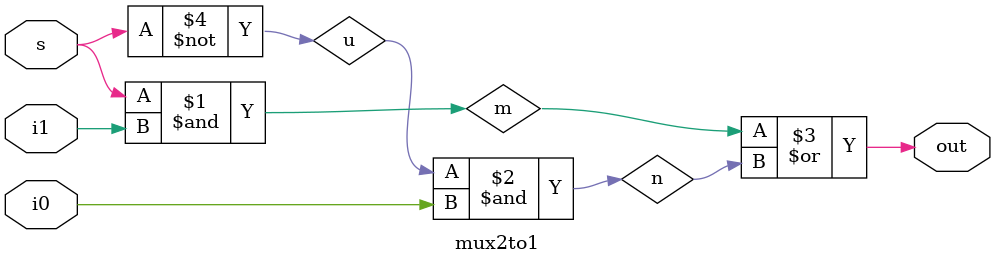
<source format=v>
module mux2to1(out,i1,i0,s);
    output out;
    input i1,i0,s;
	 wire u,m,n;
    not (u,s);
    and (m,s,i1);
    and (n,u,i0);
    or (out,m,n);
endmodule 
</source>
